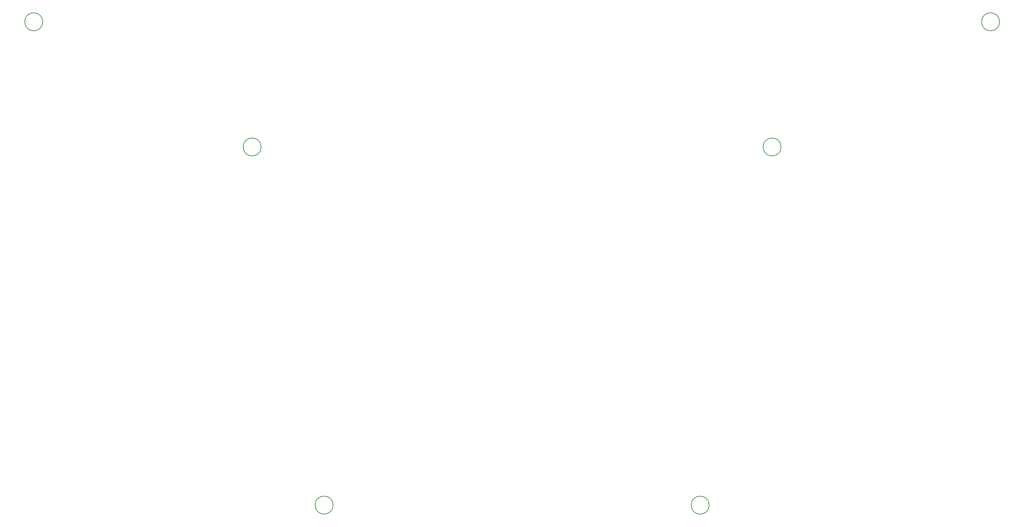
<source format=gbr>
%TF.GenerationSoftware,KiCad,Pcbnew,(6.0.1)*%
%TF.CreationDate,2022-11-23T14:03:38+01:00*%
%TF.ProjectId,992 GT3R PCB 2,39393220-4754-4335-9220-50434220322e,rev?*%
%TF.SameCoordinates,Original*%
%TF.FileFunction,Other,Comment*%
%FSLAX46Y46*%
G04 Gerber Fmt 4.6, Leading zero omitted, Abs format (unit mm)*
G04 Created by KiCad (PCBNEW (6.0.1)) date 2022-11-23 14:03:38*
%MOMM*%
%LPD*%
G01*
G04 APERTURE LIST*
%ADD10C,0.150000*%
G04 APERTURE END LIST*
D10*
%TO.C,H4*%
X196460000Y67320000D02*
G75*
G03*
X196460000Y67320000I-2200000J0D01*
G01*
%TO.C,H5*%
X267410000Y185510000D02*
G75*
G03*
X267410000Y185510000I-2200000J0D01*
G01*
%TO.C,H1*%
X33630000Y185510000D02*
G75*
G03*
X33630000Y185510000I-2200000J0D01*
G01*
%TO.C,H6*%
X214040000Y154900000D02*
G75*
G03*
X214040000Y154900000I-2200000J0D01*
G01*
%TO.C,H2*%
X87000000Y154900000D02*
G75*
G03*
X87000000Y154900000I-2200000J0D01*
G01*
%TO.C,H3*%
X104580000Y67330000D02*
G75*
G03*
X104580000Y67330000I-2200000J0D01*
G01*
%TD*%
M02*

</source>
